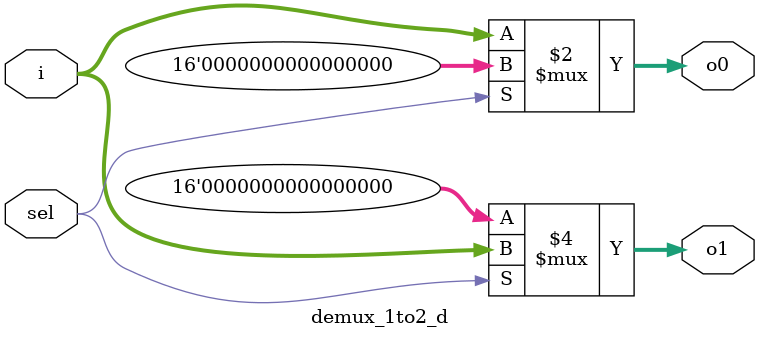
<source format=v>
module demux_1to2_d #(parameter width = 16)(
    input wire [width-1:0] i,
    input wire sel,
    output [width-1:0] o0,
    output [width-1:0] o1
);

    assign o0 = (sel == 1'b0) ? i : {width{1'b0}};
    assign o1 = (sel == 1'b1) ? i : {width{1'b0}};

endmodule

</source>
